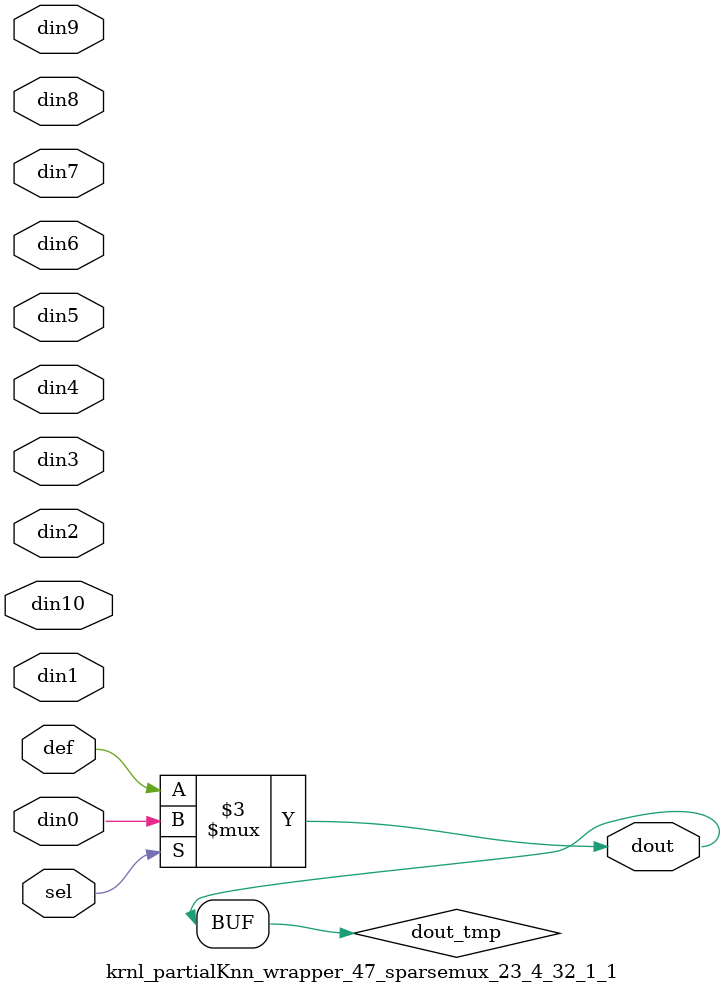
<source format=v>
`timescale 1 ns / 1 ps
module krnl_partialKnn_wrapper_47_sparsemux_23_4_32_1_1 (din0,din1,din2,din3,din4,din5,din6,din7,din8,din9,din10,def,sel,dout);
parameter din0_WIDTH = 1;
parameter din1_WIDTH = 1;
parameter din2_WIDTH = 1;
parameter din3_WIDTH = 1;
parameter din4_WIDTH = 1;
parameter din5_WIDTH = 1;
parameter din6_WIDTH = 1;
parameter din7_WIDTH = 1;
parameter din8_WIDTH = 1;
parameter din9_WIDTH = 1;
parameter din10_WIDTH = 1;
parameter def_WIDTH = 1;
parameter sel_WIDTH = 1;
parameter dout_WIDTH = 1;
parameter [sel_WIDTH-1:0] CASE0 = 1;
parameter [sel_WIDTH-1:0] CASE1 = 1;
parameter [sel_WIDTH-1:0] CASE2 = 1;
parameter [sel_WIDTH-1:0] CASE3 = 1;
parameter [sel_WIDTH-1:0] CASE4 = 1;
parameter [sel_WIDTH-1:0] CASE5 = 1;
parameter [sel_WIDTH-1:0] CASE6 = 1;
parameter [sel_WIDTH-1:0] CASE7 = 1;
parameter [sel_WIDTH-1:0] CASE8 = 1;
parameter [sel_WIDTH-1:0] CASE9 = 1;
parameter [sel_WIDTH-1:0] CASE10 = 1;
parameter ID = 1;
parameter NUM_STAGE = 1;
input [din0_WIDTH-1:0] din0;
input [din1_WIDTH-1:0] din1;
input [din2_WIDTH-1:0] din2;
input [din3_WIDTH-1:0] din3;
input [din4_WIDTH-1:0] din4;
input [din5_WIDTH-1:0] din5;
input [din6_WIDTH-1:0] din6;
input [din7_WIDTH-1:0] din7;
input [din8_WIDTH-1:0] din8;
input [din9_WIDTH-1:0] din9;
input [din10_WIDTH-1:0] din10;
input [def_WIDTH-1:0] def;
input [sel_WIDTH-1:0] sel;
output [dout_WIDTH-1:0] dout;
reg [dout_WIDTH-1:0] dout_tmp;
always @ (*) begin
case (sel)
    
    CASE0 : dout_tmp = din0;
    
    CASE1 : dout_tmp = din1;
    
    CASE2 : dout_tmp = din2;
    
    CASE3 : dout_tmp = din3;
    
    CASE4 : dout_tmp = din4;
    
    CASE5 : dout_tmp = din5;
    
    CASE6 : dout_tmp = din6;
    
    CASE7 : dout_tmp = din7;
    
    CASE8 : dout_tmp = din8;
    
    CASE9 : dout_tmp = din9;
    
    CASE10 : dout_tmp = din10;
    
    default : dout_tmp = def;
endcase
end
assign dout = dout_tmp;
endmodule
</source>
